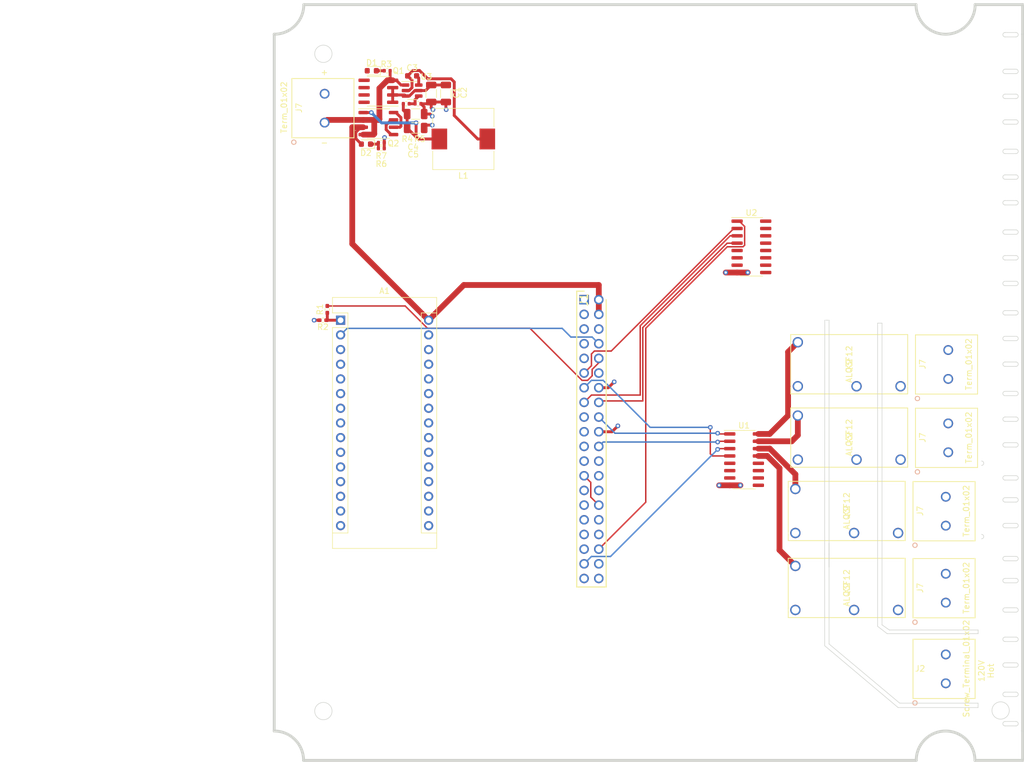
<source format=kicad_pcb>
(kicad_pcb (version 20211014) (generator pcbnew)
  (layers (0 "F.Cu" signal) (31 "B.Cu" signal) (34 "B.Paste" user) (35 "F.Paste" user) (36 "B.SilkS" user "B.Silkscreen") (37 "F.SilkS" user "F.Silkscreen") (38 "B.Mask" user) (39 "F.Mask" user) (44 "Edge.Cuts" user))
  (net 0 "")
  (net 1 "Net-(D2-Pad1)")
  (net 2 "+5V")
  (net 3 "+12V")
  (net 4 "Net-(J7-Pad1)")
  (net 5 "Relay2")
  (net 6 "Net-(J5-Pad1)")
  (net 7 "120V_Hot")
  (net 8 "GND")
  (net 9 "Net-(R4-Pad1)")
  (net 10 "RX")
  (net 11 "TX")
  (net 27 "A0")
  (net 28 "A1")
  (net 29 "A2")
  (net 30 "A3")
  (net 31 "A4")
  (net 37 "Net-(C1-Pad1)")
  (net 38 "Net-(C3-Pad1)")
  (net 39 "Net-(C3-Pad2)")
  (net 40 "Net-(C4-Pad1)")
  (net 41 "Net-(D1-Pad1)")
  (net 42 "Net-(Q2-Pad5)")
  (net 43 "Net-(Q2-Pad6)")
  (net 44 "Net-(J1-Pad10)")
  (net 45 "U1{slash}Pin1")
  (net 46 "U1{slash}Pin2")
  (net 47 "U1{slash}Pin3")
  (net 48 "U1{slash}Pin4")
  (net 55 "Relay4")
  (net 56 "Relay3")
  (net 57 "Relay1")
  (net 58 "U2{slash}Pin1")
  (net 59 "U2{slash}Pin2")
  (net 60 "U2{slash}Pin3")
  (net 61 "U2{slash}Pin4")
  (net 68 "Pump4")
  (net 69 "Pump3")
  (net 70 "Pump2")
  (net 71 "Pump1")
  (footprint "1792863-2term_power:1792863" (layer "F.Cu") (at 44.242 44.537 90)
    (fp_text reference "J7")
    (fp_text value "Term_01x02")
  )
  (footprint "ALQ3F12:ALQ3F12" (layer "F.Cu") (at 125.72055 128.891757 90)
    (fp_text reference "K2")
    (fp_text value "ALQ3F12")
  )
  (footprint "Module:Arduino_Nano" (layer "F.Cu") (at 47 78.74)
    (fp_text reference "A1")
    (fp_text value "Arduino_Nano_v3.x")
  )
  (footprint "ALQ3F12:ALQ3F12" (layer "F.Cu") (at 126.146 102.87 90)
    (fp_text reference "K2")
    (fp_text value "ALQ3F12")
  )
  (footprint "1792863-2term_power:1792863" (layer "F.Cu") (at 152.181 101.6 90)
    (fp_text reference "J7")
    (fp_text value "Term_01x02")
  )
  (footprint "1792863-2term_power:1792863" (layer "F.Cu") (at 151.75555 114.3 90)
    (fp_text reference "J7")
    (fp_text value "Term_01x02")
  )
  (footprint "1792863-2term_power:1792863" (layer "F.Cu") (at 151.75555 141.591757 90)
    (fp_text reference "J2")
    (fp_text value "Screw_Terminal_01x02")
  )
  (footprint "Inductor_SMD:L_10.4x10.4_H4.8" (layer "F.Cu") (at 68.248 47.371 180)
    (fp_text reference "L1")
    (fp_text value "3.3uH")
  )
  (footprint "Capacitor_SMD:C_1206_3216Metric" (layer "F.Cu") (at 65.229 39.497 -90)
    (fp_text reference "C2")
    (fp_text value "10uF")
  )
  (footprint "Resistor_SMD:R_0402_1005Metric" (layer "F.Cu") (at 54.053 49.022 180)
    (fp_text reference "R6")
    (fp_text value "6.8k")
  )
  (footprint "Resistor_SMD:R_0402_1005Metric_Pad0.72x0.64mm_HandSolder" (layer "F.Cu") (at 43.942 78.74 180)
    (fp_text reference "R2")
    (fp_text value "20k")
  )
  (footprint "ALQ3F12:ALQ3F12" (layer "F.Cu") (at 126.146 90.17 90)
    (fp_text reference "K2")
    (fp_text value "ALQ3F12")
  )
  (footprint "LED_SMD:LED_0603_1608Metric" (layer "F.Cu") (at 51.386 48.26 180)
    (fp_text reference "D2")
    (fp_text value "LED_Red_power")
  )
  (footprint "Capacitor_SMD:C_1206_3216Metric" (layer "F.Cu") (at 59.993 45.466)
    (fp_text reference "C5")
    (fp_text value "22uF")
  )
  (footprint "Package_SO:SOP-8_3.9x4.9mm_P1.27mm" (layer "F.Cu") (at 53.545 44.704)
    (fp_text reference "Q2")
    (fp_text value "Q_Dual_PMOS_S1G1S2G2D2D2D1D1")
  )
  (footprint "Resistor_SMD:R_0402_1005Metric" (layer "F.Cu") (at 54.053 48.006 180)
    (fp_text reference "R7")
    (fp_text value "6.8k")
  )
  (footprint "Resistor_SMD:R_0402_1005Metric" (layer "F.Cu") (at 58.371 41.275 180)
    (fp_text reference "R4")
    (fp_text value "56.2k")
  )
  (footprint "Library Loader:HDRV40W64P254_2X20_5080X500X884P" (layer "F.Cu") (at 89.154 75.184 -90)
    (fp_text reference "J1")
    (fp_text value "Raspberry_Pi_2_3" hide)
  )
  (footprint "LED_SMD:LED_0603_1608Metric" (layer "F.Cu") (at 52.402 35.56 180)
    (fp_text reference "D1")
    (fp_text value "LED_Red_power")
  )
  (footprint "Resistor_SMD:R_0402_1005Metric" (layer "F.Cu") (at 60.403 41.275 180)
    (fp_text reference "R5")
    (fp_text value "10k")
  )
  (footprint "ALQ3F12:ALQ3F12" (layer "F.Cu") (at 125.72055 115.57 90)
    (fp_text reference "K2")
    (fp_text value "ALQ3F12")
  )
  (footprint "Package_TO_SOT_SMD:SOT-23-6" (layer "F.Cu") (at 59.387 38.989)
    (fp_text reference "U3")
    (fp_text value "TPS563200")
  )
  (footprint "Package_SO:SOIC-16_3.9x9.9mm_P1.27mm" (layer "F.Cu") (at 118.11 66.04)
    (fp_text reference "U2")
    (fp_text value "ULN2003")
  )
  (footprint "Capacitor_SMD:C_1206_3216Metric" (layer "F.Cu") (at 59.993 43.053)
    (fp_text reference "C4")
    (fp_text value "22uF")
  )
  (footprint "Resistor_SMD:R_0402_1005Metric_Pad0.72x0.64mm_HandSolder" (layer "F.Cu") (at 44.704 76.8725 -90)
    (fp_text reference "R1")
    (fp_text value "10k")
  )
  (footprint "1792863-2term_power:1792863" (layer "F.Cu") (at 151.75555 127.621757 90)
    (fp_text reference "J7")
    (fp_text value "Term_01x02")
  )
  (footprint "Capacitor_SMD:C_1206_3216Metric" (layer "F.Cu") (at 62.689 39.497 -90)
    (fp_text reference "C1")
    (fp_text value "10uF")
  )
  (footprint "1792863-2term_power:1792863" (layer "F.Cu") (at 152.181 88.9 90)
    (fp_text reference "J7")
    (fp_text value "Term_01x02")
  )
  (footprint "Package_SO:SOIC-8_3.9x4.9mm_P1.27mm" (layer "F.Cu") (at 53.545 39.116 180)
    (fp_text reference "Q1")
    (fp_text value "PMOS")
  )
  (footprint "Capacitor_SMD:C_0603_1608Metric" (layer "F.Cu") (at 59.387 36.449)
    (fp_text reference "C3")
    (fp_text value "100nF")
  )
  (footprint "Resistor_SMD:R_0402_1005Metric" (layer "F.Cu") (at 55.069 35.56 180)
    (fp_text reference "R3")
    (fp_text value "10k")
  )
  (footprint "Package_SO:SOIC-16_3.9x9.9mm_P1.27mm" (layer "F.Cu") (at 116.84 102.87)
    (fp_text reference "U1")
    (fp_text value "ULN2003")
  )
  (gr_line (start 162.00755 82.282757) (end 163.91255 82.282757) (layer "Edge.Cuts") (width 0.1))
  (gr_arc (start 146.64055 154.926757) (mid 151.72055 149.846757) (end 156.80055 154.926757) (layer "Edge.Cuts") (width 0.5))
  (gr_arc (start 163.91255 143.115757) (mid 164.29355 143.496757) (end 163.91255 143.877757) (layer "Edge.Cuts") (width 0.1))
  (gr_line (start 162.00755 44.055757) (end 163.91255 44.055757) (layer "Edge.Cuts") (width 0.1))
  (gr_line (start 157.34355 145.782757) (end 143.50055 145.782757) (layer "Edge.Cuts") (width 0.1))
  (gr_arc (start 163.91255 95.490757) (mid 164.29355 95.871757) (end 163.91255 96.252757) (layer "Edge.Cuts") (width 0.1))
  (gr_arc (start 163.91255 123.430757) (mid 164.29355 123.811757) (end 163.91255 124.192757) (layer "Edge.Cuts") (width 0.1))
  (gr_arc (start 157.94355 115.810759) (mid 158.324549 116.191758) (end 157.94355 116.572757) (layer "Edge.Cuts") (width 0.1))
  (gr_line (start 162.00755 128.510757) (end 163.91255 128.510757) (layer "Edge.Cuts") (width 0.1))
  (gr_line (start 131.553524 119.239757) (end 131.553523 134.784557) (layer "Edge.Cuts") (width 0.1))
  (gr_arc (start 162.00755 129.272757) (mid 161.62655 128.891757) (end 162.00755 128.510757) (layer "Edge.Cuts") (width 0.1))
  (gr_line (start 162.00755 40.372757) (end 163.91255 40.372757) (layer "Edge.Cuts") (width 0.1))
  (gr_line (start 162.00755 148.957757) (end 163.91255 148.957757) (layer "Edge.Cuts") (width 0.1))
  (gr_line (start 162.00755 39.610757) (end 163.91255 39.610757) (layer "Edge.Cuts") (width 0.1))
  (gr_line (start 162.00755 143.115757) (end 163.91255 143.115757) (layer "Edge.Cuts") (width 0.1))
  (gr_line (start 162.00755 129.272757) (end 163.91255 129.272757) (layer "Edge.Cuts") (width 0.1))
  (gr_line (start 162.00755 49.135757) (end 163.91255 49.135757) (layer "Edge.Cuts") (width 0.1))
  (gr_line (start 162.00755 123.430757) (end 163.91255 123.430757) (layer "Edge.Cuts") (width 0.1))
  (gr_line (start 162.00755 28.942757) (end 163.91255 28.942757) (layer "Edge.Cuts") (width 0.1))
  (gr_arc (start 162.00755 40.372757) (mid 161.62655 39.991757) (end 162.00755 39.610757) (layer "Edge.Cuts") (width 0.1))
  (gr_arc (start 163.91255 67.550757) (mid 164.29355 67.931757) (end 163.91255 68.312757) (layer "Edge.Cuts") (width 0.1))
  (gr_arc (start 163.91255 128.510757) (mid 164.29355 128.891757) (end 163.91255 129.272757) (layer "Edge.Cuts") (width 0.1))
  (gr_arc (start 162.00755 36.054757) (mid 161.62655 35.673757) (end 162.00755 35.292757) (layer "Edge.Cuts") (width 0.1))
  (gr_line (start 141.986 132.3594) (end 140.716 131.4704) (layer "Edge.Cuts") (width 0.1))
  (gr_line (start 162.00755 71.995757) (end 163.91255 71.995757) (layer "Edge.Cuts") (width 0.1))
  (gr_line (start 146.64055 154.926757) (end 40.59555 154.926757) (layer "Edge.Cuts") (width 0.5))
  (gr_line (start 162.00755 120.382757) (end 163.91255 120.382757) (layer "Edge.Cuts") (width 0.1))
  (gr_arc (start 163.91255 58.025757) (mid 164.29355 58.406757) (end 163.91255 58.787757) (layer "Edge.Cuts") (width 0.1))
  (gr_line (start 162.00755 35.292757) (end 163.91255 35.292757) (layer "Edge.Cuts") (width 0.1))
  (gr_arc (start 163.91255 148.195757) (mid 164.29355 148.576757) (end 163.91255 148.957757) (layer "Edge.Cuts") (width 0.1))
  (gr_arc (start 162.00755 49.897757) (mid 161.62655 49.516757) (end 162.00755 49.135757) (layer "Edge.Cuts") (width 0.1))
  (gr_line (start 162.00755 96.252757) (end 163.91255 96.252757) (layer "Edge.Cuts") (width 0.1))
  (gr_line (start 139.954 79.248) (end 139.954 131.7244) (layer "Edge.Cuts") (width 0.1))
  (gr_line (start 162.00755 54.342757) (end 163.91255 54.342757) (layer "Edge.Cuts") (width 0.1))
  (gr_arc (start 162.00755 86.727757) (mid 161.62655 86.346757) (end 162.00755 85.965757) (layer "Edge.Cuts") (width 0.1))
  (gr_line (start 162.00755 77.075757) (end 163.91255 77.075757) (layer "Edge.Cuts") (width 0.1))
  (gr_circle (center 44.02455 146.394854) (end 45.52455 146.394854) (layer "Edge.Cuts") (width 0.1) (fill none))
  (gr_line (start 130.80055 135.089357) (end 130.791525 119.239757) (layer "Edge.Cuts") (width 0.1))
  (gr_arc (start 163.91255 39.610757) (mid 164.29355 39.991757) (end 163.91255 40.372757) (layer "Edge.Cuts") (width 0.1))
  (gr_arc (start 163.91255 105.650757) (mid 164.29355 106.031757) (end 163.91255 106.412757) (layer "Edge.Cuts") (width 0.1))
  (gr_arc (start 163.91255 113.905757) (mid 164.29355 114.286757) (end 163.91255 114.667757) (layer "Edge.Cuts") (width 0.1))
  (gr_arc (start 157.94355 103.110759) (mid 158.324549 103.491758) (end 157.94355 103.872757) (layer "Edge.Cuts") (width 0.1))
  (gr_arc (start 163.91255 109.460757) (mid 164.29355 109.841757) (end 163.91255 110.222757) (layer "Edge.Cuts") (width 0.1))
  (gr_line (start 162.00755 53.580757) (end 163.91255 53.580757) (layer "Edge.Cuts") (width 0.1))
  (gr_line (start 141.604999 132.9944) (end 139.954 131.7244) (layer "Edge.Cuts") (width 0.1))
  (gr_arc (start 162.00755 96.252757) (mid 161.62655 95.871757) (end 162.00755 95.490757) (layer "Edge.Cuts") (width 0.1))
  (gr_line (start 162.00755 91.807757) (end 163.91255 91.807757) (layer "Edge.Cuts") (width 0.1))
  (gr_arc (start 163.91255 44.055757) (mid 164.29355 44.436757) (end 163.91255 44.817757) (layer "Edge.Cuts") (width 0.1))
  (gr_arc (start 162.00755 134.352757) (mid 161.62655 133.971757) (end 162.00755 133.590757) (layer "Edge.Cuts") (width 0.1))
  (gr_line (start 162.00755 95.490757) (end 163.91255 95.490757) (layer "Edge.Cuts") (width 0.1))
  (gr_line (start 146.601017 24.116757) (end 40.635083 24.116757) (layer "Edge.Cuts") (width 0.5))
  (gr_line (start 162.00755 138.035757) (end 163.91255 138.035757) (layer "Edge.Cuts") (width 0.1))
  (gr_arc (start 162.00755 82.282757) (mid 161.62655 81.901757) (end 162.00755 81.520757) (layer "Edge.Cuts") (width 0.1))
  (gr_circle (center 161.24555 146.290757) (end 162.74555 146.290757) (layer "Edge.Cuts") (width 0.1) (fill none))
  (gr_line (start 165.05555 154.926757) (end 156.80055 154.926757) (layer "Edge.Cuts") (width 0.5))
  (gr_line (start 131.553524 119.239757) (end 131.553524 117.334757) (layer "Edge.Cuts") (width 0.1))
  (gr_line (start 162.00755 63.105757) (end 163.91255 63.105757) (layer "Edge.Cuts") (width 0.1))
  (gr_line (start 162.00755 44.817757) (end 163.91255 44.817757) (layer "Edge.Cuts") (width 0.1))
  (gr_arc (start 163.91255 49.135757) (mid 164.29355 49.516757) (end 163.91255 49.897757) (layer "Edge.Cuts") (width 0.1))
  (gr_line (start 162.00755 148.195757) (end 163.91255 148.195757) (layer "Edge.Cuts") (width 0.1))
  (gr_arc (start 162.00755 148.957757) (mid 161.62655 148.576757) (end 162.00755 148.195757) (layer "Edge.Cuts") (width 0.1))
  (gr_line (start 162.00755 109.460757) (end 163.91255 109.460757) (layer "Edge.Cuts") (width 0.1))
  (gr_line (start 130.791525 119.239757) (end 130.81 78.74) (layer "Edge.Cuts") (width 0.1))
  (gr_arc (start 163.91255 85.965757) (mid 164.29355 86.346757) (end 163.91255 86.727757) (layer "Edge.Cuts") (width 0.1))
  (gr_arc (start 162.00755 72.757757) (mid 161.62655 72.376757) (end 162.00755 71.995757) (layer "Edge.Cuts") (width 0.1))
  (gr_line (start 162.00755 119.620757) (end 163.91255 119.620757) (layer "Edge.Cuts") (width 0.1))
  (gr_arc (start 162.00755 77.837757) (mid 161.62655 77.456757) (end 162.00755 77.075757) (layer "Edge.Cuts") (width 0.1))
  (gr_line (start 162.00755 86.727757) (end 163.91255 86.727757) (layer "Edge.Cuts") (width 0.1))
  (gr_line (start 162.00755 99.935757) (end 163.91255 99.935757) (layer "Edge.Cuts") (width 0.1))
  (gr_arc (start 162.00755 100.697757) (mid 161.62655 100.316757) (end 162.00755 99.935757) (layer "Edge.Cuts") (width 0.1))
  (gr_line (start 131.553524 78.74) (end 131.553523 121.4628) (layer "Edge.Cuts") (width 0.1))
  (gr_arc (start 163.91255 63.105757) (mid 164.29355 63.486757) (end 163.91255 63.867757) (layer "Edge.Cuts") (width 0.1))
  (gr_arc (start 163.91255 81.520757) (mid 164.29355 81.901757) (end 163.91255 82.282757) (layer "Edge.Cuts") (width 0.1))
  (gr_line (start 162.00755 143.877757) (end 163.91255 143.877757) (layer "Edge.Cuts") (width 0.1))
  (gr_arc (start 162.00755 124.192757) (mid 161.62655 123.811757) (end 162.00755 123.430757) (layer "Edge.Cuts") (width 0.1))
  (gr_arc (start 162.00755 110.222757) (mid 161.62655 109.841757) (end 162.00755 109.460757) (layer "Edge.Cuts") (width 0.1))
  (gr_line (start 162.00755 63.867757) (end 163.91255 63.867757) (layer "Edge.Cuts") (width 0.1))
  (gr_line (start 156.840083 24.116757) (end 165.05555 24.116757) (layer "Edge.Cuts") (width 0.5))
  (gr_line (start 157.353 132.359402) (end 141.986 132.3594) (layer "Edge.Cuts") (width 0.1))
  (gr_line (start 162.00755 133.590757) (end 163.91255 133.590757) (layer "Edge.Cuts") (width 0.1))
  (gr_arc (start 162.00755 68.312757) (mid 161.62655 67.931757) (end 162.00755 67.550757) (layer "Edge.Cuts") (width 0.1))
  (gr_arc (start 162.00755 44.817757) (mid 161.62655 44.436757) (end 162.00755 44.055757) (layer "Edge.Cuts") (width 0.1))
  (gr_arc (start 163.91255 35.292757) (mid 164.29355 35.673757) (end 163.91255 36.054757) (layer "Edge.Cuts") (width 0.1))
  (gr_line (start 165.05555 149.846757) (end 165.05555 154.926757) (layer "Edge.Cuts") (width 0.5))
  (gr_arc (start 163.91255 138.035757) (mid 164.29355 138.416757) (end 163.91255 138.797757) (layer "Edge.Cuts") (width 0.1))
  (gr_arc (start 162.00755 120.382757) (mid 161.62655 120.001757) (end 162.00755 119.620757) (layer "Edge.Cuts") (width 0.1))
  (gr_line (start 157.352999 132.9944) (end 141.604999 132.9944) (layer "Edge.Cuts") (width 0.1))
  (gr_arc (start 163.91255 77.075757) (mid 164.29355 77.456757) (end 163.91255 77.837757) (layer "Edge.Cuts") (width 0.1))
  (gr_line (start 157.34355 145.020759) (end 143.77995 145.020757) (layer "Edge.Cuts") (width 0.1))
  (gr_line (start 162.00755 77.837757) (end 163.91255 77.837757) (layer "Edge.Cuts") (width 0.1))
  (gr_line (start 162.00755 105.650757) (end 163.91255 105.650757) (layer "Edge.Cuts") (width 0.1))
  (gr_line (start 162.00755 85.965757) (end 163.91255 85.965757) (layer "Edge.Cuts") (width 0.1))
  (gr_line (start 162.00755 134.352757) (end 163.91255 134.352757) (layer "Edge.Cuts") (width 0.1))
  (gr_line (start 162.00755 67.550757) (end 163.91255 67.550757) (layer "Edge.Cuts") (width 0.1))
  (gr_arc (start 162.00755 58.787757) (mid 161.62655 58.406757) (end 162.00755 58.025757) (layer "Edge.Cuts") (width 0.1))
  (gr_line (start 162.00755 58.787757) (end 163.91255 58.787757) (layer "Edge.Cuts") (width 0.1))
  (gr_arc (start 40.635083 24.116757) (mid 39.135607 27.736814) (end 35.51555 29.23629) (layer "Edge.Cuts") (width 0.5))
  (gr_arc (start 156.840083 24.116757) (mid 151.72055 29.23629) (end 146.601017 24.116757) (layer "Edge.Cuts") (width 0.5))
  (gr_arc (start 163.91255 71.995757) (mid 164.29355 72.376757) (end 163.91255 72.757757) (layer "Edge.Cuts") (width 0.1))
  (gr_arc (start 163.91255 28.942757) (mid 164.29355 29.323757) (end 163.91255 29.704757) (layer "Edge.Cuts") (width 0.1))
  (gr_line (start 162.00755 58.025757) (end 163.91255 58.025757) (layer "Edge.Cuts") (width 0.1))
  (gr_line (start 131.553524 78.74) (end 130.81 78.74) (layer "Edge.Cuts") (width 0.1))
  (gr_arc (start 162.00755 143.877757) (mid 161.62655 143.496757) (end 162.00755 143.115757) (layer "Edge.Cuts") (width 0.1))
  (gr_line (start 162.00755 124.192757) (end 163.91255 124.192757) (layer "Edge.Cuts") (width 0.1))
  (gr_arc (start 163.91255 91.045757) (mid 164.29355 91.426757) (end 163.91255 91.807757) (layer "Edge.Cuts") (width 0.1))
  (gr_line (start 162.00755 114.667757) (end 163.91255 114.667757) (layer "Edge.Cuts") (width 0.1))
  (gr_line (start 162.00755 36.054757) (end 163.91255 36.054757) (layer "Edge.Cuts") (width 0.1))
  (gr_line (start 162.00755 91.045757) (end 163.91255 91.045757) (layer "Edge.Cuts") (width 0.1))
  (gr_line (start 130.80055 135.089357) (end 143.50055 145.782757) (layer "Edge.Cuts") (width 0.1))
  (gr_arc (start 162.00755 91.807757) (mid 161.62655 91.426757) (end 162.00755 91.045757) (layer "Edge.Cuts") (width 0.1))
  (gr_line (start 162.00755 100.697757) (end 163.91255 100.697757) (layer "Edge.Cuts") (width 0.1))
  (gr_line (start 35.51555 149.846757) (end 35.51555 29.23629) (layer "Edge.Cuts") (width 0.5))
  (gr_arc (start 163.91255 133.590757) (mid 164.29355 133.971757) (end 163.91255 134.352757) (layer "Edge.Cuts") (width 0.1))
  (gr_line (start 157.34355 145.020759) (end 157.34355 145.782757) (layer "Edge.Cuts") (width 0.1))
  (gr_arc (start 162.00755 63.867757) (mid 161.62655 63.486757) (end 162.00755 63.105757) (layer "Edge.Cuts") (width 0.1))
  (gr_line (start 140.716 79.248) (end 140.716 131.4704) (layer "Edge.Cuts") (width 0.1))
  (gr_line (start 165.05555 24.116757) (end 165.05555 29.23629) (layer "Edge.Cuts") (width 0.5))
  (gr_arc (start 163.91255 119.620757) (mid 164.29355 120.001757) (end 163.91255 120.382757) (layer "Edge.Cuts") (width 0.1))
  (gr_arc (start 162.00755 54.342757) (mid 161.62655 53.961757) (end 162.00755 53.580757) (layer "Edge.Cuts") (width 0.1))
  (gr_line (start 131.553523 134.784557) (end 143.77995 145.020757) (layer "Edge.Cuts") (width 0.1))
  (gr_line (start 162.00755 49.897757) (end 163.91255 49.897757) (layer "Edge.Cuts") (width 0.1))
  (gr_line (start 162.00755 113.905757) (end 163.91255 113.905757) (layer "Edge.Cuts") (width 0.1))
  (gr_line (start 157.353 132.359402) (end 157.352999 132.9944) (layer "Edge.Cuts") (width 0.1))
  (gr_line (start 162.00755 29.704757) (end 163.91255 29.704757) (layer "Edge.Cuts") (width 0.1))
  (gr_arc (start 162.00755 114.667757) (mid 161.62655 114.286757) (end 162.00755 113.905757) (layer "Edge.Cuts") (width 0.1))
  (gr_line (start 162.00755 110.222757) (end 163.91255 110.222757) (layer "Edge.Cuts") (width 0.1))
  (gr_arc (start 162.00755 106.412757) (mid 161.62655 106.031757) (end 162.00755 105.650757) (layer "Edge.Cuts") (width 0.1))
  (gr_arc (start 163.91255 53.580757) (mid 164.29355 53.961757) (end 163.91255 54.342757) (layer "Edge.Cuts") (width 0.1))
  (gr_line (start 162.00755 81.520757) (end 163.91255 81.520757) (layer "Edge.Cuts") (width 0.1))
  (gr_line (start 162.00755 68.312757) (end 163.91255 68.312757) (layer "Edge.Cuts") (width 0.1))
  (gr_arc (start 162.00755 29.704757) (mid 161.62655 29.323757) (end 162.00755 28.942757) (layer "Edge.Cuts") (width 0.1))
  (gr_line (start 165.05555 149.846757) (end 165.05555 29.23629) (layer "Edge.Cuts") (width 0.5))
  (gr_line (start 140.716 79.248) (end 139.954 79.248) (layer "Edge.Cuts") (width 0.1))
  (gr_circle (center 44.02455 32.625757) (end 45.52455 32.625757) (layer "Edge.Cuts") (width 0.1) (fill none))
  (gr_line (start 162.00755 72.757757) (end 163.91255 72.757757) (layer "Edge.Cuts") (width 0.1))
  (gr_arc (start 35.51555 149.846757) (mid 39.107652 151.334655) (end 40.59555 154.926757) (layer "Edge.Cuts") (width 0.5))
  (gr_arc (start 163.91255 99.935757) (mid 164.29355 100.316757) (end 163.91255 100.697757) (layer "Edge.Cuts") (width 0.1))
  (gr_line (start 162.00755 138.797757) (end 163.91255 138.797757) (layer "Edge.Cuts") (width 0.1))
  (gr_arc (start 162.00755 138.797757) (mid 161.62655 138.416757) (end 162.00755 138.035757) (layer "Edge.Cuts") (width 0.1))
  (gr_line (start 162.00755 106.412757) (end 163.91255 106.412757) (layer "Edge.Cuts") (width 0.1))
  (gr_text "120V\nHot" (at 158.75 139.446 90) (layer "F.SilkS") (effects (font (size 1 1))))
  (gr_text "+" (at 44.196 35.814) (layer "F.SilkS") (effects (font (size 1 1))))
  (gr_text "-" (at 44.196 48.006) (layer "F.SilkS") (effects (font (size 1 1))))
  (segment (start 52.1735 48.26) (end 53.289 48.26) (width 0.5) (layer "F.Cu") (net 1))
  (segment (start 53.543 48.006) (end 53.543 49.022) (width 0.5) (layer "F.Cu") (net 1))
  (segment (start 53.289 48.26) (end 53.543 48.006) (width 0.5) (layer "F.Cu") (net 1))
  (segment (start 91.694 75.184) (end 91.694 72.644) (width 1) (layer "F.Cu") (net 2))
  (segment (start 68.336 72.644) (end 62.24 78.74) (width 1) (layer "F.Cu") (net 2))
  (segment (start 91.694 77.724) (end 91.694 75.184) (width 1) (layer "F.Cu") (net 2))
  (segment (start 50.5985 48.26) (end 49.645 47.3065) (width 0.5) (layer "F.Cu") (net 2))
  (segment (start 91.694 72.644) (end 68.336 72.644) (width 1) (layer "F.Cu") (net 2))
  (segment (start 49.645 47.3065) (end 49.645 46.210472) (width 0.5) (layer "F.Cu") (net 2))
  (segment (start 49.022 45.339) (end 49.022 65.522) (width 1) (layer "F.Cu") (net 2))
  (segment (start 49.022 65.522) (end 62.24 78.74) (width 1) (layer "F.Cu") (net 2))
  (segment (start 49.645 46.210472) (end 50.516472 45.339) (width 0.5) (layer "F.Cu") (net 2))
  (segment (start 50.92 45.339) (end 49.022 45.339) (width 1) (layer "F.Cu") (net 2))
  (segment (start 50.516472 45.339) (end 50.92 45.339) (width 0.5) (layer "F.Cu") (net 2))
  (segment (start 124.46 84.236) (end 124.46 95.238944) (width 1) (layer "F.Cu") (net 5))
  (segment (start 119.315 99.695) (end 125.095 99.695) (width 1) (layer "F.Cu") (net 5))
  (segment (start 125.72055 105.40055) (end 125.72055 107.95) (width 1) (layer "F.Cu") (net 5))
  (segment (start 122.971747 118.522954) (end 122.971747 104.348803) (width 1) (layer "F.Cu") (net 5))
  (segment (start 126.146 82.55) (end 124.46 84.236) (width 1) (layer "F.Cu") (net 5))
  (segment (start 121.273944 98.425) (end 119.315 98.425) (width 1) (layer "F.Cu") (net 5))
  (segment (start 125.095 99.695) (end 126.146 98.644) (width 1) (layer "F.Cu") (net 5))
  (segment (start 121.285 100.965) (end 125.72055 105.40055) (width 1) (layer "F.Cu") (net 5))
  (segment (start 120.857944 102.235) (end 119.315 102.235) (width 1) (layer "F.Cu") (net 5))
  (segment (start 125.72055 121.271757) (end 122.971747 118.522954) (width 1) (layer "F.Cu") (net 5))
  (segment (start 122.971747 104.348803) (end 120.857944 102.235) (width 1) (layer "F.Cu") (net 5))
  (segment (start 119.315 100.965) (end 121.285 100.965) (width 1) (layer "F.Cu") (net 5))
  (segment (start 126.146 98.644) (end 126.146 95.25) (width 1) (layer "F.Cu") (net 5))
  (segment (start 124.46 95.238944) (end 121.273944 98.425) (width 1) (layer "F.Cu") (net 5))
  (segment (start 50.92 46.609) (end 52.705 46.609) (width 1) (layer "F.Cu") (net 8))
  (segment (start 54.563 49.022) (end 54.563 48.006) (width 0.5) (layer "F.Cu") (net 8))
  (segment (start 90.304 106.814) (end 89.154 105.664) (width 0.25) (layer "F.Cu") (net 8))
  (segment (start 55.579 35.56) (end 55.579 36.77) (width 0.5) (layer "F.Cu") (net 8))
  (segment (start 113.665 70.485) (end 115.635 70.485) (width 1) (layer "F.Cu") (net 8))
  (segment (start 56.02 37.211) (end 55.112918 37.211) (width 1) (layer "F.Cu") (net 8))
  (segment (start 93.98 98.044) (end 94.996 97.028) (width 0.5) (layer "F.Cu") (net 8))
  (segment (start 91.694 110.744) (end 90.304 109.354) (width 0.25) (layer "F.Cu") (net 8))
  (segment (start 53.721 38.602918) (end 53.721 43.942) (width 1) (layer "F.Cu") (net 8))
  (segment (start 62.484 43.053) (end 62.865 43.434) (width 0.5) (layer "F.Cu") (net 8))
  (segment (start 61.962502 44.971498) (end 62.865 44.971498) (width 0.5) (layer "F.Cu") (net 8))
  (segment (start 90.304 109.354) (end 90.304 106.814) (width 0.25) (layer "F.Cu") (net 8))
  (segment (start 61.468 45.466) (end 61.962502 44.971498) (width 0.5) (layer "F.Cu") (net 8))
  (segment (start 60.913 41.275) (end 62.386 41.275) (width 0.5) (layer "F.Cu") (net 8))
  (segment (start 61.468 43.053) (end 61.468 41.83) (width 0.5) (layer "F.Cu") (net 8))
  (segment (start 53.721 43.942) (end 53.594 44.069) (width 1) (layer "F.Cu") (net 8))
  (segment (start 52.705 46.609) (end 52.832 46.482) (width 1) (layer "F.Cu") (net 8))
  (segment (start 55.112918 37.211) (end 53.721 38.602918) (width 1) (layer "F.Cu") (net 8))
  (segment (start 114.365 107.315) (end 116.205 107.315) (width 1) (layer "F.Cu") (net 8))
  (segment (start 62.689 40.972) (end 62.689 41.988) (width 0.5) (layer "F.Cu") (net 8))
  (segment (start 57.47 38.039) (end 56.642 37.211) (width 0.5) (layer "F.Cu") (net 8))
  (segment (start 54.563 47.164) (end 54.61 47.117) (width 0.5) (layer "F.Cu") (net 8))
  (segment (start 52.832 46.482) (end 52.832 44.069) (width 1) (layer "F.Cu") (net 8))
  (segment (start 53.594 44.069) (end 52.832 44.069) (width 1) (layer "F.Cu") (net 8))
  (segment (start 91.694 98.044) (end 93.98 98.044) (width 0.5) (layer "F.Cu") (net 8))
  (segment (start 58.2495 38.039) (end 57.47 38.039) (width 0.5) (layer "F.Cu") (net 8))
  (segment (start 65.229 40.972) (end 65.229 42.242) (width 0.5) (layer "F.Cu") (net 8))
  (segment (start 44.71 44.069) (end 44.242 44.537) (width 1) (layer "F.Cu") (net 8))
  (segment (start 43.3445 78.74) (end 42.418 78.74) (width 0.5) (layer "F.Cu") (net 8))
  (segment (start 62.386 41.275) (end 62.689 40.972) (width 0.5) (layer "F.Cu") (net 8))
  (segment (start 61.468 41.83) (end 60.913 41.275) (width 0.5) (layer "F.Cu") (net 8))
  (segment (start 62.689 41.988) (end 62.992 42.291) (width 0.5) (layer "F.Cu") (net 8))
  (segment (start 61.468 43.053) (end 62.484 43.053) (width 0.5) (layer "F.Cu") (net 8))
  (segment (start 114.365 107.315) (end 112.522 107.315) (width 1) (layer "F.Cu") (net 8))
  (segment (start 93.345 90.424) (end 94.361 89.408) (width 0.5) (layer "F.Cu") (net 8))
  (segment (start 52.832 44.069) (end 50.92 44.069) (width 1) (layer "F.Cu") (net 8))
  (segment (start 91.694 90.424) (end 93.345 90.424) (width 0.5) (layer "F.Cu") (net 8))
  (segment (start 54.563 48.006) (end 54.563 47.164) (width 0.5) (layer "F.Cu") (net 8))
  (segment (start 115.635 70.485) (end 117.475 70.485) (width 1) (layer "F.Cu") (net 8))
  (segment (start 56.642 37.211) (end 56.02 37.211) (width 0.5) (layer "F.Cu") (net 8))
  (segment (start 50.92 44.069) (end 44.71 44.069) (width 1) (layer "F.Cu") (net 8))
  (segment (start 65.229 42.242) (end 65.278 42.291) (width 0.5) (layer "F.Cu") (net 8))
  (segment (start 55.579 36.77) (end 56.02 37.211) (width 0.5) (layer "F.Cu") (net 8))
  (segment (start 65.229 40.972) (end 62.689 40.972) (width 0.5) (layer "F.Cu") (net 8))
  (via (at 62.992 42.291) (size 0.8) (drill 0.4) (layers "F.Cu" "B.Cu") (net 8))
  (via (at 113.665 70.485) (size 0.8) (drill 0.4) (layers "F.Cu" "B.Cu") (net 8))
  (via (at 54.61 47.117) (size 0.8) (drill 0.4) (layers "F.Cu" "B.Cu") (net 8))
  (via (at 65.278 42.291) (size 0.8) (drill 0.4) (layers "F.Cu" "B.Cu") (net 8))
  (via (at 94.361 89.408) (size 0.8) (drill 0.4) (layers "F.Cu" "B.Cu") (net 8))
  (via (at 42.418 78.74) (size 0.8) (drill 0.4) (layers "F.Cu" "B.Cu") (net 8))
  (via (at 94.996 97.028) (size 0.8) (drill 0.4) (layers "F.Cu" "B.Cu") (net 8))
  (via (at 112.522 107.315) (size 0.8) (drill 0.4) (layers "F.Cu" "B.Cu") (net 8))
  (via (at 116.205 107.315) (size 0.8) (drill 0.4) (layers "F.Cu" "B.Cu") (net 8))
  (via (at 117.475 70.485) (size 0.8) (drill 0.4) (layers "F.Cu" "B.Cu") (net 8))
  (via (at 62.865 43.434) (size 0.8) (drill 0.4) (layers "F.Cu" "B.Cu") (net 8))
  (via (at 62.865 44.971498) (size 0.8) (drill 0.4) (layers "F.Cu" "B.Cu") (net 8))
  (segment (start 59.893 41.275) (end 59.893 40.5705) (width 0.5) (layer "F.Cu") (net 9))
  (segment (start 59.893 41.275) (end 58.881 41.275) (width 0.5) (layer "F.Cu") (net 9))
  (segment (start 59.893 40.5705) (end 60.5245 39.939) (width 0.5) (layer "F.Cu") (net 9))
  (segment (start 44.704 77.47) (end 44.704 78.5755) (width 0.5) (layer "F.Cu") (net 10))
  (segment (start 44.704 78.5755) (end 44.5395 78.74) (width 0.5) (layer "F.Cu") (net 10))
  (segment (start 47 78.74) (end 44.5395 78.74) (width 0.5) (layer "F.Cu") (net 10))
  (segment (start 90.544 81.654) (end 91.694 82.804) (width 0.25) (layer "B.Cu") (net 11))
  (segment (start 85.362 80.155) (end 86.861 81.654) (width 0.25) (layer "B.Cu") (net 11))
  (segment (start 86.861 81.654) (end 90.544 81.654) (width 0.25) (layer "B.Cu") (net 11))
  (segment (start 47 81.28) (end 48.125 80.155) (width 0.25) (layer "B.Cu") (net 11))
  (segment (start 48.125 80.155) (end 85.362 80.155) (width 0.25) (layer "B.Cu") (net 11))
  (segment (start 62.689 38.022) (end 65.229 38.022) (width 0.5) (layer "F.Cu") (net 37))
  (segment (start 59.850478 38.989) (end 60.5245 38.989) (width 0.5) (layer "F.Cu") (net 37))
  (segment (start 61.722 38.989) (end 60.5245 38.989) (width 0.5) (layer "F.Cu") (net 37))
  (segment (start 58.2495 39.939) (end 58.900478 39.939) (width 0.5) (layer "F.Cu") (net 37))
  (segment (start 56.02 38.481) (end 56.02 39.751) (width 0.5) (layer "F.Cu") (net 37))
  (segment (start 58.900478 39.939) (end 59.850478 38.989) (width 0.5) (layer "F.Cu") (net 37))
  (segment (start 58.0615 39.751) (end 58.2495 39.939) (width 0.5) (layer "F.Cu") (net 37))
  (segment (start 56.02 41.021) (end 56.02 39.751) (width 0.5) (layer "F.Cu") (net 37))
  (segment (start 56.02 39.751) (end 58.0615 39.751) (width 0.5) (layer "F.Cu") (net 37))
  (segment (start 62.689 38.022) (end 61.722 38.989) (width 0.5) (layer "F.Cu") (net 37))
  (segment (start 66.128949 36.957) (end 66.675 37.503051) (width 0.5) (layer "F.Cu") (net 38))
  (segment (start 58.860528 38.989) (end 59.362 38.487528) (width 0.5) (layer "F.Cu") (net 38))
  (segment (start 66.675 37.503051) (end 66.675 43.307) (width 0.5) (layer "F.Cu") (net 38))
  (segment (start 60.666594 35.524) (end 62.099594 36.957) (width 0.5) (layer "F.Cu") (net 38))
  (segment (start 58.2495 38.989) (end 58.860528 38.989) (width 0.5) (layer "F.Cu") (net 38))
  (segment (start 59.362 38.487528) (end 59.362 37.199) (width 0.5) (layer "F.Cu") (net 38))
  (segment (start 70.739 47.371) (end 72.398 47.371) (width 0.5) (layer "F.Cu") (net 38))
  (segment (start 66.675 43.307) (end 70.739 47.371) (width 0.5) (layer "F.Cu") (net 38))
  (segment (start 62.099594 36.957) (end 66.128949 36.957) (width 0.5) (layer "F.Cu") (net 38))
  (segment (start 59.362 37.199) (end 58.612 36.449) (width 0.5) (layer "F.Cu") (net 38))
  (segment (start 58.612 36.449) (end 59.537 35.524) (width 0.5) (layer "F.Cu") (net 38))
  (segment (start 59.537 35.524) (end 60.666594 35.524) (width 0.5) (layer "F.Cu") (net 38))
  (segment (start 60.5245 38.039) (end 60.5245 36.8115) (width 0.5) (layer "F.Cu") (net 39))
  (segment (start 60.5245 36.8115) (end 60.162 36.449) (width 0.5) (layer "F.Cu") (net 39))
  (segment (start 60.071 44.577) (end 60.071 47.019) (width 0.5) (layer "F.Cu") (net 40))
  (segment (start 50.92 42.799) (end 52.324 42.799) (width 0.5) (layer "F.Cu") (net 40))
  (segment (start 60.423 47.371) (end 58.518 45.466) (width 0.5) (layer "F.Cu") (net 40))
  (segment (start 60.071 47.019) (end 60.423 47.371) (width 0.5) (layer "F.Cu") (net 40))
  (segment (start 58.518 43.053) (end 58.518 45.466) (width 0.5) (layer "F.Cu") (net 40))
  (segment (start 64.098 47.371) (end 60.423 47.371) (width 0.5) (layer "F.Cu") (net 40))
  (segment (start 57.861 42.396) (end 57.861 41.275) (width 0.5) (layer "F.Cu") (net 40))
  (segment (start 58.518 43.053) (end 57.861 42.396) (width 0.5) (layer "F.Cu") (net 40))
  (via (at 52.324 42.799) (size 0.8) (drill 0.4) (layers "F.Cu" "B.Cu") (net 40))
  (via (at 60.071 44.577) (size 0.8) (drill 0.4) (layers "F.Cu" "B.Cu") (net 40))
  (segment (start 54.102 44.577) (end 60.071 44.577) (width 0.5) (layer "B.Cu") (net 40))
  (segment (start 52.324 42.799) (end 54.102 44.577) (width 0.5) (layer "B.Cu") (net 40))
  (segment (start 53.1895 35.56) (end 54.559 35.56) (width 0.5) (layer "F.Cu") (net 41))
  (segment (start 55.766472 44.069) (end 54.895 44.940472) (width 0.5) (layer "F.Cu") (net 42))
  (segment (start 55.753 46.609) (end 56.17 46.609) (width 0.5) (layer "F.Cu") (net 42))
  (segment (start 56.17 44.069) (end 55.766472 44.069) (width 0.5) (layer "F.Cu") (net 42))
  (segment (start 54.895 44.940472) (end 54.895 45.751) (width 0.5) (layer "F.Cu") (net 42))
  (segment (start 54.895 45.751) (end 55.753 46.609) (width 0.5) (layer "F.Cu") (net 42))
  (segment (start 57.277 45.339) (end 56.17 45.339) (width 0.5) (layer "F.Cu") (net 43))
  (segment (start 56.17 42.799) (end 56.573528 42.799) (width 0.5) (layer "F.Cu") (net 43))
  (segment (start 57.445 45.171) (end 57.277 45.339) (width 0.5) (layer "F.Cu") (net 43))
  (segment (start 57.445 43.670472) (end 57.445 45.171) (width 0.5) (layer "F.Cu") (net 43))
  (segment (start 56.573528 42.799) (end 57.445 43.670472) (width 0.5) (layer "F.Cu") (net 43))
  (segment (start 62.046009 80.137) (end 79.780654 80.137) (width 0.25) (layer "F.Cu") (net 44))
  (segment (start 58.184009 76.275) (end 62.046009 80.137) (width 0.25) (layer "F.Cu") (net 44))
  (segment (start 88.797654 89.154) (end 89.750346 89.154) (width 0.25) (layer "F.Cu") (net 44))
  (segment (start 90.544 88.360346) (end 90.544 87.256) (width 0.25) (layer "F.Cu") (net 44))
  (segment (start 89.750346 89.154) (end 90.544 88.360346) (width 0.25) (layer "F.Cu") (net 44))
  (segment (start 91.694 86.106) (end 91.694 85.344) (width 0.25) (layer "F.Cu") (net 44))
  (segment (start 44.704 76.275) (end 58.184009 76.275) (width 0.25) (layer "F.Cu") (net 44))
  (segment (start 79.780654 80.137) (end 88.797654 89.154) (width 0.25) (layer "F.Cu") (net 44))
  (segment (start 90.544 87.256) (end 91.694 86.106) (width 0.25) (layer "F.Cu") (net 44))
  (segment (start 114.365 98.425) (end 112.395 98.425) (width 0.25) (layer "F.Cu") (net 45))
  (segment (start 112.395 98.425) (end 112.268 98.298) (width 0.25) (layer "F.Cu") (net 45))
  (via (at 112.268 98.298) (size 0.8) (drill 0.4) (layers "F.Cu" "B.Cu") (net 45))
  (segment (start 112.268 98.298) (end 94.488 98.298) (width 0.25) (layer "B.Cu") (net 45))
  (segment (start 94.488 98.298) (end 91.694 95.504) (width 0.25) (layer "B.Cu") (net 45))
  (segment (start 114.365 99.695) (end 112.395 99.695) (width 0.25) (layer "F.Cu") (net 46))
  (segment (start 112.395 99.695) (end 112.268 99.822) (width 0.25) (layer "F.Cu") (net 46))
  (via (at 112.268 99.822) (size 0.8) (drill 0.4) (layers "F.Cu" "B.Cu") (net 46))
  (segment (start 112.268 99.822) (end 92.456 99.822) (width 0.25) (layer "B.Cu") (net 46))
  (segment (start 92.456 99.822) (end 91.694 100.584) (width 0.25) (layer "B.Cu") (net 46))
  (segment (start 112.395 100.965) (end 112.268 101.092) (width 0.25) (layer "F.Cu") (net 47))
  (segment (start 114.365 100.965) (end 112.395 100.965) (width 0.25) (layer "F.Cu") (net 47))
  (via (at 112.268 101.092) (size 0.8) (drill 0.4) (layers "F.Cu" "B.Cu") (net 47))
  (segment (start 93.726 119.634) (end 90.424 119.634) (width 0.25) (layer "B.Cu") (net 47))
  (segment (start 90.424 119.634) (end 89.154 120.904) (width 0.25) (layer "B.Cu") (net 47))
  (segment (start 112.268 101.092) (end 93.726 119.634) (width 0.25) (layer "B.Cu") (net 47))
  (segment (start 110.998 101.854) (end 110.998 97.282) (width 0.25) (layer "F.Cu") (net 48))
  (segment (start 111.379 102.235) (end 110.998 101.854) (width 0.25) (layer "F.Cu") (net 48))
  (segment (start 114.365 102.235) (end 111.379 102.235) (width 0.25) (layer "F.Cu") (net 48))
  (via (at 110.998 97.282) (size 0.8) (drill 0.4) (layers "F.Cu" "B.Cu") (net 48))
  (segment (start 92.456 89.154) (end 90.424 89.154) (width 0.25) (layer "B.Cu") (net 48))
  (segment (start 90.424 89.154) (end 89.154 90.424) (width 0.25) (layer "B.Cu") (net 48))
  (segment (start 100.584 97.282) (end 92.456 89.154) (width 0.25) (layer "B.Cu") (net 48))
  (segment (start 110.998 97.282) (end 100.584 97.282) (width 0.25) (layer "B.Cu") (net 48))
  (segment (start 115.635 61.595) (end 116.011751 61.595) (width 0.25) (layer "F.Cu") (net 58))
  (segment (start 116.011751 61.595) (end 116.935 62.518249) (width 0.25) (layer "F.Cu") (net 58))
  (segment (start 99.822 110.236) (end 91.694 118.364) (width 0.25) (layer "F.Cu") (net 58))
  (segment (start 116.656751 66.03) (end 113.930396 66.03) (width 0.25) (layer "F.Cu") (net 58))
  (segment (start 113.930396 66.03) (end 99.822 80.138396) (width 0.25) (layer "F.Cu") (net 58))
  (segment (start 116.935 62.518249) (end 116.935 65.751751) (width 0.25) (layer "F.Cu") (net 58))
  (segment (start 99.822 80.138396) (end 99.822 110.236) (width 0.25) (layer "F.Cu") (net 58))
  (segment (start 116.935 65.751751) (end 116.656751 66.03) (width 0.25) (layer "F.Cu") (net 58))
  (segment (start 93.851604 84.074) (end 90.932 84.074) (width 0.25) (layer "F.Cu") (net 59))
  (segment (start 90.932 84.074) (end 90.424 84.582) (width 0.25) (layer "F.Cu") (net 59))
  (segment (start 115.635 62.865) (end 115.060604 62.865) (width 0.25) (layer "F.Cu") (net 59))
  (segment (start 115.060604 62.865) (end 93.851604 84.074) (width 0.25) (layer "F.Cu") (net 59))
  (segment (start 90.424 84.582) (end 90.424 86.614) (width 0.25) (layer "F.Cu") (net 59))
  (segment (start 90.424 86.614) (end 89.154 87.884) (width 0.25) (layer "F.Cu") (net 59))
  (segment (start 89.154 92.964) (end 90.424 91.694) (width 0.25) (layer "F.Cu") (net 60))
  (segment (start 114.427 64.135) (end 115.635 64.135) (width 0.25) (layer "F.Cu") (net 60))
  (segment (start 98.864 91.694) (end 98.864 79.698) (width 0.25) (layer "F.Cu") (net 60))
  (segment (start 98.864 79.698) (end 114.427 64.135) (width 0.25) (layer "F.Cu") (net 60))
  (segment (start 90.424 91.694) (end 98.864 91.694) (width 0.25) (layer "F.Cu") (net 60))
  (segment (start 113.919 65.405) (end 115.635 65.405) (width 0.25) (layer "F.Cu") (net 61))
  (segment (start 99.314 80.01) (end 113.919 65.405) (width 0.25) (layer "F.Cu") (net 61))
  (segment (start 99.314 92.71) (end 99.314 80.01) (width 0.25) (layer "F.Cu") (net 61))
  (segment (start 91.694 92.964) (end 91.948 92.71) (width 0.25) (layer "F.Cu") (net 61))
  (segment (start 91.948 92.71) (end 99.314 92.71) (width 0.25) (layer "F.Cu") (net 61))
)
</source>
